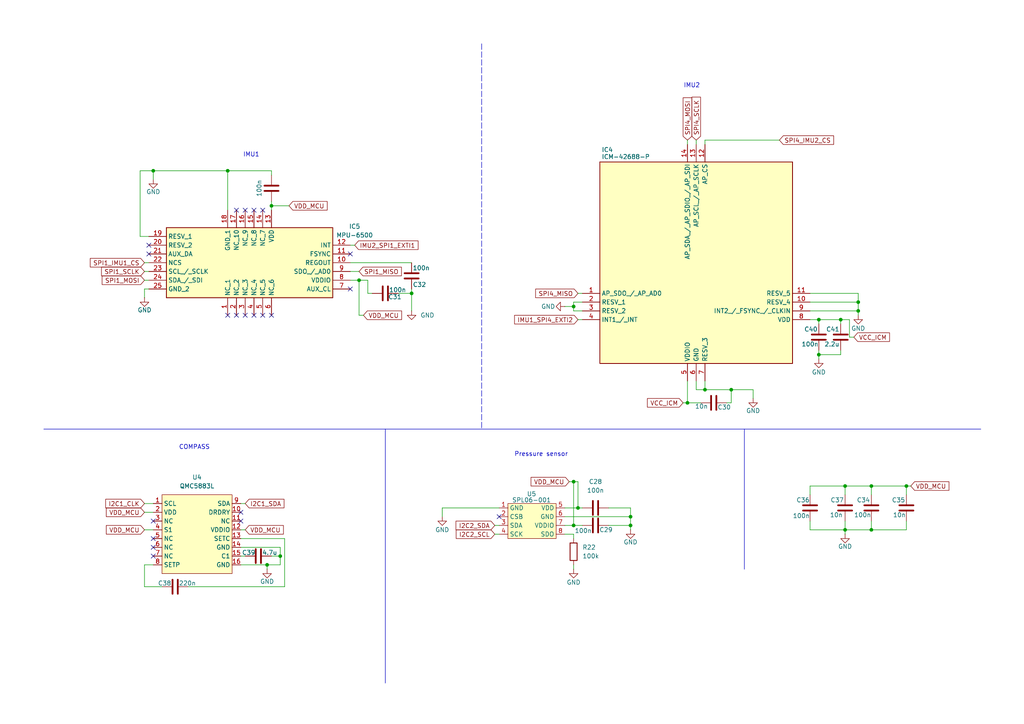
<source format=kicad_sch>
(kicad_sch (version 20250114) (generator "eeschema") (generator_version "9.0")
  (paper "A4")
  (lib_symbols
    (symbol "Device:C" (pin_numbers (hide yes)) (pin_names (offset 0.254))
      (property "Reference" "C" (at 0.635 2.54 0))
      (property "Value" "C" (at 0.635 -2.54 0))
      (symbol "C_0_1"
        (polyline (pts (xy -2.032 0.762) (xy 2.032 0.762)) (stroke (width 0.508)))
        (polyline (pts (xy -2.032 -0.762) (xy 2.032 -0.762)) (stroke (width 0.508)))
      )
      (symbol "C_1_1"
        (pin passive line (at 0 3.81 270) (length 2.794) (name "~") (number "1"))
        (pin passive line (at 0 -3.81 90) (length 2.794) (name "~") (number "2"))
      )
    )
    (symbol "Device:R" (pin_numbers (hide yes)) (pin_names (offset 0))
      (property "Reference" "R" (at 2.032 0 90))
      (property "Value" "R" (at 0 0 90))
      (symbol "R_0_1"
        (rectangle (start -1.016 -2.54) (end 1.016 2.54) (stroke (width 0.254)))
      )
      (symbol "R_1_1"
        (pin passive line (at 0 3.81 270) (length 1.27) (name "~") (number "1"))
        (pin passive line (at 0 -3.81 90) (length 1.27) (name "~") (number "2"))
      )
    )
    (symbol "fclib:ICM-42688-P"
      (property "Reference" "IC" (at 62.23 43.18 0))
      (property "Value" "ICM-42688-P" (at 62.23 40.64 0))
      (symbol "ICM-42688-P_1_1"
        (rectangle (start 5.08 38.1) (end 60.96 -20.32) (stroke (width 0.254)) (fill (type background)))
        (pin passive line (at 0 0 0) (length 5.08) (name "AP_SDO_/_AP_AD0") (number "1"))
        (pin passive line (at 0 -2.54 0) (length 5.08) (name "RESV_1") (number "2"))
        (pin passive line (at 0 -5.08 0) (length 5.08) (name "RESV_2") (number "3"))
        (pin passive line (at 0 -7.62 0) (length 5.08) (name "INT1_/_INT") (number "4"))
        (pin passive line (at 30.48 43.18 270) (length 5.08) (name "AP_SDA_/_AP_SDIO_/_AP_SDI") (number "14"))
        (pin passive line (at 30.48 -25.4 90) (length 5.08) (name "VDDIO") (number "5"))
        (pin passive line (at 33.02 43.18 270) (length 5.08) (name "AP_SCL_/_AP_SCLK") (number "13"))
        (pin passive line (at 33.02 -25.4 90) (length 5.08) (name "GND") (number "6"))
        (pin passive line (at 35.56 43.18 270) (length 5.08) (name "AP_CS") (number "12"))
        (pin passive line (at 35.56 -25.4 90) (length 5.08) (name "RESV_3") (number "7"))
        (pin passive line (at 66.04 0 180) (length 5.08) (name "RESV_5") (number "11"))
        (pin passive line (at 66.04 -2.54 180) (length 5.08) (name "RESV_4") (number "10"))
        (pin passive line (at 66.04 -5.08 180) (length 5.08) (name "INT2_/_FSYNC_/_CLKIN") (number "9"))
        (pin passive line (at 66.04 -7.62 180) (length 5.08) (name "VDD") (number "8"))
      )
    )
    (symbol "fclib:MPU-6500"
      (property "Reference" "IC" (at 26.67 22.86 0))
      (property "Value" "MPU-6500" (at 26.67 20.32 0))
      (symbol "MPU-6500_1_1"
        (rectangle (start 5.08 17.78) (end 25.4 -30.48) (stroke (width 0.254)) (fill (type background)))
        (pin passive line (at 0 0 0) (length 5.08) (name "NC_1") (number "1"))
        (pin passive line (at 0 -2.54 0) (length 5.08) (name "NC_2") (number "2"))
        (pin passive line (at 0 -5.08 0) (length 5.08) (name "NC_3") (number "3"))
        (pin passive line (at 0 -7.62 0) (length 5.08) (name "NC_4") (number "4"))
        (pin passive line (at 0 -10.16 0) (length 5.08) (name "NC_5") (number "5"))
        (pin passive line (at 0 -12.7 0) (length 5.08) (name "NC_6") (number "6"))
        (pin passive line (at 7.62 22.86 270) (length 5.08) (name "GND_2") (number "25"))
        (pin passive line (at 7.62 -35.56 90) (length 5.08) (name "AUX_CL") (number "7"))
        (pin passive line (at 10.16 22.86 270) (length 5.08) (name "SDA_/_SDI") (number "24"))
        (pin passive line (at 10.16 -35.56 90) (length 5.08) (name "VDDIO") (number "8"))
        (pin passive line (at 12.7 22.86 270) (length 5.08) (name "SCL_/_SCLK") (number "23"))
        (pin passive line (at 12.7 -35.56 90) (length 5.08) (name "SDO_/_AD0") (number "9"))
        (pin passive line (at 15.24 22.86 270) (length 5.08) (name "NCS") (number "22"))
        (pin passive line (at 15.24 -35.56 90) (length 5.08) (name "REGOUT") (number "10"))
        (pin passive line (at 17.78 22.86 270) (length 5.08) (name "AUX_DA") (number "21"))
        (pin passive line (at 17.78 -35.56 90) (length 5.08) (name "FSYNC") (number "11"))
        (pin passive line (at 20.32 22.86 270) (length 5.08) (name "RESV_2") (number "20"))
        (pin passive line (at 20.32 -35.56 90) (length 5.08) (name "INT") (number "12"))
        (pin passive line (at 22.86 22.86 270) (length 5.08) (name "RESV_1") (number "19"))
        (pin passive line (at 30.48 0 180) (length 5.08) (name "GND_1") (number "18"))
        (pin passive line (at 30.48 -2.54 180) (length 5.08) (name "NC_10") (number "17"))
        (pin passive line (at 30.48 -5.08 180) (length 5.08) (name "NC_9") (number "16"))
        (pin passive line (at 30.48 -7.62 180) (length 5.08) (name "NC_8") (number "15"))
        (pin passive line (at 30.48 -10.16 180) (length 5.08) (name "NC_7") (number "14"))
        (pin passive line (at 30.48 -12.7 180) (length 5.08) (name "VDD") (number "13"))
      )
    )
    (symbol "fclib:QMC5883L"
      (property "Reference" "U7" (at 0.254 12.446 0))
      (property "Value" "QMC5883L" (at 0.508 14.478 0))
      (symbol "QMC5883L_0_1"
        (rectangle (start -10.16 11.43) (end 10.16 -11.43) (fill (type color) (color 255 255 194 1)))
      )
      (symbol "QMC5883L_1_1"
        (pin input line (at -12.7 8.89 0) (length 2.54) (name "SCL") (number "1"))
        (pin input line (at -12.7 6.35 0) (length 2.54) (name "VDD") (number "2"))
        (pin input line (at -12.7 3.81 0) (length 2.54) (name "NC") (number "3"))
        (pin input line (at -12.7 1.27 0) (length 2.54) (name "S1") (number "4"))
        (pin input line (at -12.7 -1.27 0) (length 2.54) (name "NC") (number "5"))
        (pin input line (at -12.7 -3.81 0) (length 2.54) (name "NC") (number "6"))
        (pin input line (at -12.7 -6.35 0) (length 2.54) (name "NC") (number "7"))
        (pin input line (at -12.7 -8.89 0) (length 2.54) (name "SETP") (number "8"))
        (pin input line (at 12.7 8.89 180) (length 2.54) (name "SDA") (number "9"))
        (pin input line (at 12.7 6.35 180) (length 2.54) (name "DRDRY") (number "10"))
        (pin input line (at 12.7 3.81 180) (length 2.54) (name "NC") (number "11"))
        (pin input line (at 12.7 1.27 180) (length 2.54) (name "VDDIO") (number "12"))
        (pin input line (at 12.7 -1.27 180) (length 2.54) (name "SETC") (number "13"))
        (pin input line (at 12.7 -3.81 180) (length 2.54) (name "GND") (number "14"))
        (pin input line (at 12.7 -6.35 180) (length 2.54) (name "C1") (number "15"))
        (pin input line (at 12.7 -8.89 180) (length 2.54) (name "GND") (number "16"))
      )
    )
    (symbol "fclib:SPL06-001"
      (property "Reference" "U5" (at 0.254 8.128 0))
      (property "Value" "SPL06-001" (at 0.762 6.096 0))
      (symbol "SPL06-001_0_1"
        (rectangle (start -6.35 5.08) (end 7.62 -5.08) (fill (type color) (color 255 255 194 1)))
      )
      (symbol "SPL06-001_1_1"
        (pin input line (at -8.89 3.81 0) (length 2.54) (name "GND") (number "1"))
        (pin input line (at -8.89 1.27 0) (length 2.54) (name "CSB") (number "2"))
        (pin bidirectional line (at -8.89 -1.27 0) (length 2.54) (name "SDA") (number "3"))
        (pin bidirectional line (at -8.89 -3.81 0) (length 2.54) (name "SCK") (number "4"))
        (pin input line (at 10.16 3.81 180) (length 2.54) (name "VDD") (number "5"))
        (pin input line (at 10.16 1.27 180) (length 2.54) (name "GND") (number "6"))
        (pin input line (at 10.16 -1.27 180) (length 2.54) (name "VDDIO") (number "7"))
        (pin input line (at 10.16 -3.81 180) (length 2.54) (name "SDO") (number "8"))
      )
    )
    (symbol "power:GND" (power) (pin_numbers (hide yes)) (pin_names (offset 0) (hide yes))
      (property "Value" "GND" (at 0 -3.81 0))
      (symbol "GND_0_1"
        (polyline (pts (xy 0 0) (xy 0 -1.27) (xy 1.27 -1.27) (xy 0 -2.54) (xy -1.27 -1.27) (xy 0 -1.27)))
      )
      (symbol "GND_1_1"
        (pin power_in line (at 0 0 270) (length 0) (name "~") (number "1"))
      )
    )
  )
  (text "IMU2\n" (at 200.66 24.892 0) (effects (font (size 1.27 1.27))))
  (text "IMU1\n" (at 72.898 44.958 0) (effects (font (size 1.27 1.27))))
  (text "Pressure sensor" (at 156.972 131.826 0) (effects (font (size 1.27 1.27))))
  (text "COMPASS\n" (at 56.388 129.794 0) (effects (font (size 1.27 1.27))))
  (junction (at 204.47 113.03))
  (junction (at 243.84 92.71))
  (junction (at 248.92 90.17))
  (junction (at 78.74 59.69))
  (junction (at 66.04 49.53))
  (junction (at 199.39 116.84))
  (junction (at 237.49 92.71))
  (junction (at 252.73 140.97))
  (junction (at 167.64 147.32))
  (junction (at 248.92 87.63))
  (junction (at 182.88 149.86))
  (junction (at 245.11 140.97))
  (junction (at 212.09 113.03))
  (junction (at 104.14 81.28))
  (junction (at 252.73 153.67))
  (junction (at 77.47 163.83))
  (junction (at 119.38 85.09))
  (junction (at 237.49 102.87))
  (junction (at 182.88 152.4))
  (junction (at 44.45 49.53))
  (junction (at 245.11 153.67))
  (junction (at 166.37 88.9))
  (junction (at 81.28 161.29))
  (junction (at 166.37 139.7))
  (junction (at 166.37 152.4))
  (junction (at 262.89 140.97))
  (no_connect (at 76.2 60.96))
  (no_connect (at 69.85 148.59))
  (no_connect (at 44.45 161.29))
  (no_connect (at 144.78 149.86))
  (no_connect (at 73.66 60.96))
  (no_connect (at 73.66 91.44))
  (no_connect (at 69.85 151.13))
  (no_connect (at 101.6 73.66))
  (no_connect (at 44.45 151.13))
  (no_connect (at 68.58 60.96))
  (no_connect (at 68.58 91.44))
  (no_connect (at 71.12 91.44))
  (no_connect (at 44.45 156.21))
  (no_connect (at 71.12 60.96))
  (no_connect (at 76.2 91.44))
  (no_connect (at 78.74 91.44))
  (no_connect (at 66.04 91.44))
  (no_connect (at 43.18 71.12))
  (no_connect (at 44.45 158.75))
  (no_connect (at 43.18 73.66))
  (no_connect (at 101.6 83.82))
  (wire (pts (xy 247.65 97.79) (xy 246.38 97.79)))
  (wire (pts (xy 201.93 113.03) (xy 204.47 113.03)))
  (wire (pts (xy 245.11 153.67) (xy 245.11 154.94)))
  (wire (pts (xy 204.47 41.91) (xy 204.47 40.64)))
  (wire (pts (xy 198.12 116.84) (xy 199.39 116.84)))
  (wire (pts (xy 234.95 153.67) (xy 245.11 153.67)))
  (wire (pts (xy 234.95 87.63) (xy 248.92 87.63)))
  (wire (pts (xy 252.73 151.13) (xy 252.73 153.67)))
  (wire (pts (xy 248.92 85.09) (xy 248.92 87.63)))
  (wire (pts (xy 44.45 49.53) (xy 66.04 49.53)))
  (wire (pts (xy 69.85 161.29) (xy 71.12 161.29)))
  (wire (pts (xy 246.38 92.71) (xy 243.84 92.71)))
  (wire (pts (xy 101.6 78.74) (xy 104.14 78.74)))
  (wire (pts (xy 237.49 101.6) (xy 237.49 102.87)))
  (wire (pts (xy 78.74 60.96) (xy 78.74 59.69)))
  (wire (pts (xy 166.37 152.4) (xy 168.91 152.4)))
  (wire (pts (xy 77.47 163.83) (xy 77.47 165.1)))
  (wire (pts (xy 41.91 76.2) (xy 43.18 76.2)))
  (wire (pts (xy 234.95 140.97) (xy 234.95 143.51)))
  (wire (pts (xy 78.74 161.29) (xy 81.28 161.29)))
  (wire (pts (xy 166.37 87.63) (xy 166.37 88.9)))
  (wire (pts (xy 77.47 163.83) (xy 81.28 163.83)))
  (wire (pts (xy 143.51 152.4) (xy 144.78 152.4)))
  (wire (pts (xy 166.37 163.83) (xy 166.37 165.1)))
  (wire (pts (xy 199.39 110.49) (xy 199.39 116.84)))
  (wire (pts (xy 176.53 147.32) (xy 182.88 147.32)))
  (wire (pts (xy 82.55 170.18) (xy 82.55 156.21)))
  (wire (pts (xy 69.85 158.75) (xy 81.28 158.75)))
  (wire (pts (xy 248.92 90.17) (xy 248.92 91.44)))
  (polyline (pts (xy 111.76 124.46) (xy 111.76 198.12)))
  (wire (pts (xy 104.14 81.28) (xy 106.68 81.28)))
  (wire (pts (xy 119.38 83.82) (xy 119.38 85.09)))
  (wire (pts (xy 245.11 153.67) (xy 252.73 153.67)))
  (wire (pts (xy 128.27 147.32) (xy 144.78 147.32)))
  (wire (pts (xy 234.95 151.13) (xy 234.95 153.67)))
  (wire (pts (xy 166.37 90.17) (xy 168.91 90.17)))
  (wire (pts (xy 243.84 101.6) (xy 243.84 102.87)))
  (wire (pts (xy 43.18 68.58) (xy 40.64 68.58)))
  (wire (pts (xy 199.39 40.64) (xy 199.39 41.91)))
  (wire (pts (xy 167.64 147.32) (xy 168.91 147.32)))
  (wire (pts (xy 43.18 83.82) (xy 41.91 83.82)))
  (polyline (pts (xy 139.7 12.7) (xy 139.7 124.46)) (stroke (width 0) (type dash)))
  (wire (pts (xy 163.83 152.4) (xy 166.37 152.4)))
  (wire (pts (xy 40.64 49.53) (xy 44.45 49.53)))
  (wire (pts (xy 212.09 116.84) (xy 210.82 116.84)))
  (wire (pts (xy 248.92 87.63) (xy 248.92 90.17)))
  (wire (pts (xy 201.93 40.64) (xy 201.93 41.91)))
  (wire (pts (xy 166.37 87.63) (xy 168.91 87.63)))
  (wire (pts (xy 167.64 139.7) (xy 167.64 147.32)))
  (wire (pts (xy 166.37 90.17) (xy 166.37 88.9)))
  (wire (pts (xy 166.37 88.9) (xy 163.83 88.9)))
  (wire (pts (xy 167.64 85.09) (xy 168.91 85.09)))
  (wire (pts (xy 245.11 143.51) (xy 245.11 140.97)))
  (wire (pts (xy 128.27 149.86) (xy 128.27 147.32)))
  (wire (pts (xy 115.57 85.09) (xy 119.38 85.09)))
  (wire (pts (xy 165.1 139.7) (xy 166.37 139.7)))
  (wire (pts (xy 66.04 49.53) (xy 78.74 49.53)))
  (wire (pts (xy 104.14 91.44) (xy 104.14 81.28)))
  (wire (pts (xy 252.73 140.97) (xy 252.73 143.51)))
  (wire (pts (xy 245.11 151.13) (xy 245.11 153.67)))
  (wire (pts (xy 243.84 92.71) (xy 243.84 93.98)))
  (wire (pts (xy 106.68 85.09) (xy 106.68 81.28)))
  (wire (pts (xy 163.83 147.32) (xy 167.64 147.32)))
  (wire (pts (xy 262.89 151.13) (xy 262.89 153.67)))
  (wire (pts (xy 234.95 92.71) (xy 237.49 92.71)))
  (wire (pts (xy 119.38 85.09) (xy 119.38 90.17)))
  (wire (pts (xy 69.85 156.21) (xy 82.55 156.21)))
  (wire (pts (xy 69.85 146.05) (xy 71.12 146.05)))
  (polyline (pts (xy 215.9 124.46) (xy 215.9 165.1)))
  (wire (pts (xy 101.6 81.28) (xy 104.14 81.28)))
  (wire (pts (xy 101.6 76.2) (xy 119.38 76.2)))
  (wire (pts (xy 204.47 40.64) (xy 226.06 40.64)))
  (wire (pts (xy 104.14 91.44) (xy 105.41 91.44)))
  (wire (pts (xy 69.85 153.67) (xy 71.12 153.67)))
  (wire (pts (xy 243.84 102.87) (xy 237.49 102.87)))
  (wire (pts (xy 69.85 163.83) (xy 77.47 163.83)))
  (wire (pts (xy 54.61 170.18) (xy 82.55 170.18)))
  (wire (pts (xy 107.95 85.09) (xy 106.68 85.09)))
  (wire (pts (xy 262.89 143.51) (xy 262.89 140.97)))
  (wire (pts (xy 41.91 146.05) (xy 44.45 146.05)))
  (wire (pts (xy 182.88 152.4) (xy 182.88 149.86)))
  (wire (pts (xy 41.91 148.59) (xy 44.45 148.59)))
  (wire (pts (xy 41.91 153.67) (xy 44.45 153.67)))
  (wire (pts (xy 201.93 110.49) (xy 201.93 113.03)))
  (wire (pts (xy 234.95 85.09) (xy 248.92 85.09)))
  (wire (pts (xy 237.49 102.87) (xy 237.49 104.14)))
  (wire (pts (xy 246.38 97.79) (xy 246.38 92.71)))
  (wire (pts (xy 218.44 113.03) (xy 212.09 113.03)))
  (wire (pts (xy 199.39 116.84) (xy 203.2 116.84)))
  (wire (pts (xy 44.45 49.53) (xy 44.45 52.07)))
  (wire (pts (xy 245.11 140.97) (xy 252.73 140.97)))
  (wire (pts (xy 41.91 163.83) (xy 44.45 163.83)))
  (polyline (pts (xy 12.7 124.46) (xy 284.48 124.46)))
  (wire (pts (xy 78.74 49.53) (xy 78.74 50.8)))
  (wire (pts (xy 41.91 81.28) (xy 43.18 81.28)))
  (wire (pts (xy 167.64 92.71) (xy 168.91 92.71)))
  (wire (pts (xy 41.91 170.18) (xy 41.91 163.83)))
  (wire (pts (xy 83.82 59.69) (xy 78.74 59.69)))
  (wire (pts (xy 176.53 152.4) (xy 182.88 152.4)))
  (wire (pts (xy 212.09 113.03) (xy 212.09 116.84)))
  (wire (pts (xy 41.91 78.74) (xy 43.18 78.74)))
  (wire (pts (xy 46.99 170.18) (xy 41.91 170.18)))
  (wire (pts (xy 81.28 158.75) (xy 81.28 161.29)))
  (wire (pts (xy 204.47 110.49) (xy 204.47 113.03)))
  (wire (pts (xy 78.74 59.69) (xy 78.74 58.42)))
  (wire (pts (xy 143.51 154.94) (xy 144.78 154.94)))
  (wire (pts (xy 182.88 152.4) (xy 182.88 153.67)))
  (wire (pts (xy 252.73 153.67) (xy 262.89 153.67)))
  (wire (pts (xy 234.95 90.17) (xy 248.92 90.17)))
  (wire (pts (xy 101.6 71.12) (xy 102.87 71.12)))
  (wire (pts (xy 237.49 92.71) (xy 243.84 92.71)))
  (wire (pts (xy 166.37 139.7) (xy 167.64 139.7)))
  (wire (pts (xy 204.47 113.03) (xy 212.09 113.03)))
  (wire (pts (xy 262.89 140.97) (xy 264.16 140.97)))
  (wire (pts (xy 166.37 139.7) (xy 166.37 152.4)))
  (wire (pts (xy 166.37 154.94) (xy 166.37 156.21)))
  (wire (pts (xy 218.44 115.57) (xy 218.44 113.03)))
  (wire (pts (xy 66.04 60.96) (xy 66.04 49.53)))
  (wire (pts (xy 81.28 161.29) (xy 81.28 163.83)))
  (wire (pts (xy 40.64 68.58) (xy 40.64 49.53)))
  (wire (pts (xy 262.89 140.97) (xy 252.73 140.97)))
  (wire (pts (xy 182.88 147.32) (xy 182.88 149.86)))
  (wire (pts (xy 163.83 154.94) (xy 166.37 154.94)))
  (wire (pts (xy 41.91 83.82) (xy 41.91 86.36)))
  (wire (pts (xy 237.49 92.71) (xy 237.49 93.98)))
  (wire (pts (xy 245.11 140.97) (xy 234.95 140.97)))
  (wire (pts (xy 163.83 149.86) (xy 182.88 149.86)))
  (global_label "SPI1_MISO" (shape input) (at 104.14 78.74 0) (property "Intersheetrefs" "${INTERSHEET_REFS}" (effects (hide yes))))
  (global_label "VDD_MCU" (shape input) (at 41.91 153.67 180) (property "Intersheetrefs" "${INTERSHEET_REFS}" (effects (hide yes))))
  (global_label "VDD_MCU" (shape input) (at 83.82 59.69 0) (property "Intersheetrefs" "${INTERSHEET_REFS}" (effects (hide yes))))
  (global_label "VDD_MCU" (shape input) (at 71.12 153.67 0) (property "Intersheetrefs" "${INTERSHEET_REFS}" (effects (hide yes))))
  (global_label "VDD_MCU" (shape input) (at 165.1 139.7 180) (property "Intersheetrefs" "${INTERSHEET_REFS}" (effects (hide yes))))
  (global_label "I2C2_SCL" (shape input) (at 143.51 154.94 180) (property "Intersheetrefs" "${INTERSHEET_REFS}" (effects (hide yes))))
  (global_label "VCC_ICM" (shape input) (at 198.12 116.84 180) (property "Intersheetrefs" "${INTERSHEET_REFS}" (effects (hide yes))))
  (global_label "IMU1_SPI4_EXTI2" (shape input) (at 167.64 92.71 180) (property "Intersheetrefs" "${INTERSHEET_REFS}" (effects (hide yes))))
  (global_label "VDD_MCU" (shape input) (at 105.41 91.44 0) (property "Intersheetrefs" "${INTERSHEET_REFS}" (effects (hide yes))))
  (global_label "I2C1_SDA" (shape input) (at 71.12 146.05 0) (property "Intersheetrefs" "${INTERSHEET_REFS}" (effects (hide yes))))
  (global_label "SPI4_IMU2_CS" (shape input) (at 226.06 40.64 0) (property "Intersheetrefs" "${INTERSHEET_REFS}" (effects (hide yes))))
  (global_label "SPI4_SCLK" (shape input) (at 201.93 40.64 90) (property "Intersheetrefs" "${INTERSHEET_REFS}" (effects (hide yes))))
  (global_label "IMU2_SPI1_EXTI1" (shape input) (at 102.87 71.12 0) (property "Intersheetrefs" "${INTERSHEET_REFS}" (effects (hide yes))))
  (global_label "SPI1_SCLK" (shape input) (at 41.91 78.74 180) (property "Intersheetrefs" "${INTERSHEET_REFS}" (effects (hide yes))))
  (global_label "VDD_MCU" (shape input) (at 41.91 148.59 180) (property "Intersheetrefs" "${INTERSHEET_REFS}" (effects (hide yes))))
  (global_label "VCC_ICM" (shape input) (at 247.65 97.79 0) (property "Intersheetrefs" "${INTERSHEET_REFS}" (effects (hide yes))))
  (global_label "SPI1_IMU1_CS" (shape input) (at 41.91 76.2 180) (property "Intersheetrefs" "${INTERSHEET_REFS}" (effects (hide yes))))
  (global_label "SPI4_MISO" (shape input) (at 167.64 85.09 180) (property "Intersheetrefs" "${INTERSHEET_REFS}" (effects (hide yes))))
  (global_label "SPI1_MOSI" (shape input) (at 41.91 81.28 180) (property "Intersheetrefs" "${INTERSHEET_REFS}" (effects (hide yes))))
  (global_label "VDD_MCU" (shape input) (at 264.16 140.97 0) (property "Intersheetrefs" "${INTERSHEET_REFS}" (effects (hide yes))))
  (global_label "I2C2_SDA" (shape input) (at 143.51 152.4 180) (property "Intersheetrefs" "${INTERSHEET_REFS}" (effects (hide yes))))
  (global_label "I2C1_CLK" (shape input) (at 41.91 146.05 180) (property "Intersheetrefs" "${INTERSHEET_REFS}" (effects (hide yes))))
  (global_label "SPI4_MOSI" (shape input) (at 199.39 40.64 90) (property "Intersheetrefs" "${INTERSHEET_REFS}" (effects (hide yes))))
  (symbol (lib_id "Device:C") (at 172.72 152.4 90) (unit 1)
    (property "Reference" "C29" (at 175.768 153.67 90))
    (property "Value" "100n" (at 169.164 153.924 90))
    (property "Footprint" "Capacitor_SMD:C_0603_1608Metric" (effects (hide yes)))
    (property "Description" "Unpolarized capacitor" (effects (hide yes)))
  )
  (symbol (lib_id "power:GND") (at 163.83 88.9 270) (unit 1)
    (property "Reference" "#PWR026" (effects (hide yes)))
    (property "Value" "GND" (at 161.036 88.9 90) (effects (justify right)))
    (property "Description" "Power symbol creates a global label with name \"GND\" , ground" (effects (hide yes)))
  )
  (symbol (lib_id "Device:C") (at 119.38 80.01 180) (unit 1)
    (property "Reference" "C32" (at 121.666 82.55 0))
    (property "Value" "100n" (at 122.174 77.724 0))
    (property "Footprint" "Capacitor_SMD:C_0603_1608Metric" (effects (hide yes)))
    (property "Description" "Unpolarized capacitor" (effects (hide yes)))
  )
  (symbol (lib_id "fclib:ICM-42688-P") (at 168.91 85.09 0) (unit 1)
    (property "Reference" "IC4" (at 174.498 43.434 0) (effects (justify left)))
    (property "Value" "ICM-42688-P" (at 174.498 45.466 0) (effects (justify left)))
    (property "Footprint" "fch7:IIM42352" (effects (hide yes)))
    (property "Datasheet" "https://3cfeqx1hf82y3xcoull08ihx-wpengine.netdna-ssl.com/wp-content/uploads/2021/06/DS-000347-ICM-42688-P-v1.5.pdf" (effects (hide yes)))
    (property "Description" "IMU (Inertial Measurement Unit), 6-Axis, Accelerometer, Gyroscope" (effects (hide yes)))
    (property "Mouser Part Number" "410-ICM-42688-P" (effects (hide yes)))
    (property "Mouser Price/Stock" "https://www.mouser.co.uk/ProductDetail/TDK-InvenSense/ICM-42688-P?qs=OlC7AqGiEDk8QrNAV728zw%3D%3D" (effects (hide yes)))
    (property "Manufacturer_Name" "TDK" (effects (hide yes)))
    (property "Manufacturer_Part_Number" "ICM-42688-P" (effects (hide yes)))
    (property "MPN" "ICM-42688-P" (effects (hide yes)))
    (property "Manufacturer" "TDK" (effects (hide yes)))
  )
  (symbol (lib_id "power:GND") (at 41.91 86.36 0) (unit 1)
    (property "Reference" "#PWR028" (effects (hide yes)))
    (property "Value" "GND" (at 39.878 89.916 0) (effects (justify left)))
    (property "Description" "Power symbol creates a global label with name \"GND\" , ground" (effects (hide yes)))
  )
  (symbol (lib_id "Device:C") (at 111.76 85.09 270) (unit 1)
    (property "Reference" "C31" (at 114.554 86.106 90))
    (property "Value" "100n" (at 115.316 84.074 90))
    (property "Footprint" "Capacitor_SMD:C_0603_1608Metric" (effects (hide yes)))
    (property "Description" "Unpolarized capacitor" (effects (hide yes)))
  )
  (symbol (lib_id "Device:C") (at 50.8 170.18 90) (unit 1)
    (property "Reference" "C38" (at 47.752 169.164 90))
    (property "Value" "220n" (at 54.356 169.164 90))
    (property "Footprint" "Capacitor_SMD:C_0603_1608Metric" (effects (hide yes)))
    (property "Datasheet" "https://www.lcsc.com/datasheet/C83626.pdf" (effects (hide yes)))
    (property "Description" "Unpolarized capacitor" (effects (hide yes)))
    (property "MPN" "0603B224K500NT" (effects (hide yes)))
    (property "Manufacturer" "FH" (effects (hide yes)))
  )
  (symbol (lib_id "Device:C") (at 78.74 54.61 180) (unit 1)
    (property "Reference" "C33" (effects (hide yes)))
    (property "Value" "100n" (at 75.184 54.61 90))
    (property "Footprint" "Capacitor_SMD:C_0603_1608Metric" (effects (hide yes)))
    (property "Description" "Unpolarized capacitor" (effects (hide yes)))
  )
  (symbol (lib_id "Device:C") (at 252.73 147.32 180) (unit 1)
    (property "Reference" "C34" (at 250.444 145.034 0))
    (property "Value" "100n" (at 250.19 149.352 0))
    (property "Footprint" "Capacitor_SMD:C_0603_1608Metric" (effects (hide yes)))
    (property "Description" "Unpolarized capacitor" (effects (hide yes)))
  )
  (symbol (lib_id "power:GND") (at 248.92 91.44 0) (unit 1)
    (property "Reference" "#PWR027" (effects (hide yes)))
    (property "Value" "GND" (at 248.92 95.25 0))
    (property "Description" "Power symbol creates a global label with name \"GND\" , ground" (effects (hide yes)))
  )
  (symbol (lib_id "power:GND") (at 166.37 165.1 0) (unit 1)
    (property "Reference" "#PWR023" (effects (hide yes)))
    (property "Value" "GND" (at 166.37 168.91 0))
    (property "Description" "Power symbol creates a global label with name \"GND\" , ground" (effects (hide yes)))
  )
  (symbol (lib_id "Device:C") (at 207.01 116.84 90) (unit 1)
    (property "Reference" "C30" (at 210.058 118.11 90))
    (property "Value" "10n" (at 203.454 117.856 90))
    (property "Footprint" "Capacitor_SMD:C_0603_1608Metric" (effects (hide yes)))
    (property "Description" "Unpolarized capacitor" (effects (hide yes)))
  )
  (symbol (lib_id "Device:C") (at 234.95 147.32 180) (unit 1)
    (property "Reference" "C36" (at 232.918 145.034 0))
    (property "Value" "100n" (at 232.41 149.606 0))
    (property "Footprint" "Capacitor_SMD:C_0603_1608Metric" (effects (hide yes)))
    (property "Description" "Unpolarized capacitor" (effects (hide yes)))
  )
  (symbol (lib_id "Device:C") (at 74.93 161.29 90) (unit 1)
    (property "Reference" "C39" (at 72.136 160.274 90))
    (property "Value" "4.7u" (at 78.232 160.274 90))
    (property "Footprint" "Capacitor_SMD:C_0603_1608Metric" (effects (hide yes)))
    (property "Datasheet" "https://www.samsungsem.com/resources/file/global/support/product_catalog/MLCC.pdf" (effects (hide yes)))
    (property "Description" "Unpolarized capacitor" (effects (hide yes)))
    (property "MPN" "CL10B105KO8NNNC" (effects (hide yes)))
    (property "Manufacturer" "SAMSUNG" (effects (hide yes)))
  )
  (symbol (lib_id "Device:C") (at 172.72 147.32 90) (unit 1)
    (property "Reference" "C28" (at 172.72 139.7 90))
    (property "Value" "100n" (at 172.72 142.24 90))
    (property "Footprint" "Capacitor_SMD:C_0603_1608Metric" (effects (hide yes)))
    (property "Description" "Unpolarized capacitor" (effects (hide yes)))
  )
  (symbol (lib_id "power:GND") (at 237.49 104.14 0) (unit 1)
    (property "Reference" "#PWR019" (effects (hide yes)))
    (property "Value" "GND" (at 237.49 107.95 0))
    (property "Description" "Power symbol creates a global label with name \"GND\" , ground" (effects (hide yes)))
  )
  (symbol (lib_id "power:GND") (at 77.47 165.1 0) (unit 1)
    (property "Reference" "#PWR032" (effects (hide yes)))
    (property "Value" "GND" (at 77.47 168.656 0))
    (property "Description" "Power symbol creates a global label with name \"GND\" , ground" (effects (hide yes)))
  )
  (symbol (lib_id "power:GND") (at 44.45 52.07 0) (unit 1)
    (property "Reference" "#PWR073" (effects (hide yes)))
    (property "Value" "GND" (at 42.418 55.626 0) (effects (justify left)))
    (property "Description" "Power symbol creates a global label with name \"GND\" , ground" (effects (hide yes)))
  )
  (symbol (lib_id "fclib:QMC5883L") (at 57.15 154.94 0) (unit 1)
    (property "Reference" "U4" (at 57.15 138.43 0))
    (property "Value" "QMC5883L" (at 57.15 140.97 0))
    (property "Footprint" "fch7:LGA-16_L3.0-W3.0-P0.50-BL_SQ" (effects (hide yes)))
    (property "Datasheet" "https://www.lcsc.com/datasheet/C976032.pdf" (effects (hide yes)))
    (property "MPN" "QMC5883L" (effects (hide yes)))
    (property "Manufacturer" "QST" (effects (hide yes)))
  )
  (symbol (lib_id "fclib:SPL06-001") (at 153.67 151.13 0) (unit 1)
    (property "Reference" "U5" (at 154.178 143.256 0))
    (property "Value" "SPL06-001" (at 154.178 145.034 0))
    (property "Footprint" "fch7:SENSOR-SMD_SPL06-001" (effects (hide yes)))
    (property "Datasheet" "https://www.lcsc.com/datasheet/C2684428.pdf" (effects (hide yes)))
    (property "MPN" "SPL06-001" (effects (hide yes)))
    (property "Manufacturer" "Goertek" (effects (hide yes)))
  )
  (symbol (lib_id "power:GND") (at 128.27 149.86 0) (unit 1)
    (property "Reference" "#PWR022" (effects (hide yes)))
    (property "Value" "GND" (at 128.27 153.67 0))
    (property "Description" "Power symbol creates a global label with name \"GND\" , ground" (effects (hide yes)))
  )
  (symbol (lib_id "fclib:MPU-6500") (at 66.04 91.44 90) (unit 1)
    (property "Reference" "IC5" (at 102.87 65.6746 90))
    (property "Value" "MPU-6500" (at 102.87 68.2146 90))
    (property "Footprint" "fch7:QFN40P300X300X95-25M-D" (effects (hide yes)))
    (property "Datasheet" "https://product.tdk.com/system/files/dam/doc/product/sensor/mortion-inertial/imu/data_sheet/mpu-6500-datasheet2.pdf" (effects (hide yes)))
    (property "Description" "IMUs - Inertial Measurement Units 6-Axis MEMS MotionTracking  Device with DMP" (effects (hide yes)))
    (property "Height" "0.95" (effects (hide yes)))
    (property "Mouser Part Number" "410-MPU-6500" (effects (hide yes)))
    (property "Mouser Price/Stock" "https://www.mouser.co.uk/ProductDetail/TDK-InvenSense/MPU-6500?qs=u4fy%2FsgLU9PiIOIlWOSPhQ%3D%3D" (effects (hide yes)))
    (property "Manufacturer_Name" "TDK" (effects (hide yes)))
    (property "Manufacturer_Part_Number" "MPU-6500" (effects (hide yes)))
    (property "MPN" "MPU-6500" (effects (hide yes)))
    (property "Manufacturer" "TDK" (effects (hide yes)))
  )
  (symbol (lib_id "Device:C") (at 237.49 97.79 180) (unit 1)
    (property "Reference" "C40" (at 235.204 95.504 0))
    (property "Value" "100n" (at 234.95 99.822 0))
    (property "Footprint" "Capacitor_SMD:C_0603_1608Metric" (effects (hide yes)))
    (property "Description" "Unpolarized capacitor" (effects (hide yes)))
  )
  (symbol (lib_id "power:GND") (at 182.88 153.67 0) (unit 1)
    (property "Reference" "#PWR024" (effects (hide yes)))
    (property "Value" "GND" (at 182.88 157.226 0))
    (property "Description" "Power symbol creates a global label with name \"GND\" , ground" (effects (hide yes)))
  )
  (symbol (lib_id "power:GND") (at 218.44 115.57 0) (unit 1)
    (property "Reference" "#PWR025" (effects (hide yes)))
    (property "Value" "GND" (at 218.44 119.126 0))
    (property "Description" "Power symbol creates a global label with name \"GND\" , ground" (effects (hide yes)))
  )
  (symbol (lib_id "power:GND") (at 119.38 90.17 0) (unit 1)
    (property "Reference" "#PWR074" (effects (hide yes)))
    (property "Value" "GND" (at 121.92 91.4399 0) (effects (justify left)))
    (property "Description" "Power symbol creates a global label with name \"GND\" , ground" (effects (hide yes)))
  )
  (symbol (lib_id "Device:C") (at 243.84 97.79 180) (unit 1)
    (property "Reference" "C41" (at 241.554 95.504 0))
    (property "Value" "2.2u" (at 241.3 99.822 0))
    (property "Footprint" "Capacitor_SMD:C_0603_1608Metric" (effects (hide yes)))
    (property "Description" "Unpolarized capacitor" (effects (hide yes)))
  )
  (symbol (lib_id "Device:C") (at 245.11 147.32 180) (unit 1)
    (property "Reference" "C37" (at 242.824 145.034 0))
    (property "Value" "10n" (at 242.57 149.352 0))
    (property "Footprint" "Capacitor_SMD:C_0603_1608Metric" (effects (hide yes)))
    (property "Description" "Unpolarized capacitor" (effects (hide yes)))
  )
  (symbol (lib_id "Device:R") (at 166.37 160.02 0) (unit 1)
    (property "Reference" "R22" (at 168.91 158.7499 0) (effects (justify left)))
    (property "Value" "100k" (at 168.91 161.2899 0) (effects (justify left)))
    (property "Footprint" "Resistor_SMD:R_0603_1608Metric" (effects (hide yes)))
    (property "Datasheet" "https://www.mouser.com/catalog/specsheets/YAGEO_PYu_RC_Group_51_RoHS_L_12.pdf?_gl=1*ra9lei*_gcl_aw*R0NMLjE3NjQwNzA0OTIuQ2owS0NRaUF4SlhKQmhEX0FSSXNBSF9KR2pqWURwNlUzT2RwVlk2WnNicnZLc0NnRDN4R3pGSUk1ODUxekE4ZVlPNU5YaS0yclRsUG5FOGFBcFZYRUFMd193Y0I.*_gcl_au*MTcwNjU0NjQ2MC4xNzYzNjY0MzgyLjQ3NDEzNDk5OS4xNzY0MDY4Mzg1LjE3NjQwNzAyODU.*_ga*NzE1NjU0OTQ0LjE3NjM2NjQzODU.*_ga_15W4STQT4T*czE3NjQwNjc4ODckbzExJGcxJHQxNzY0MDcxMjE5JGo1JGwwJGgw" (effects (hide yes)))
    (property "Description" "Resistor" (effects (hide yes)))
    (property "MPN" "RC0603FR-07100KL" (effects (hide yes)))
    (property "Manufacturer" "YAGEO" (effects (hide yes)))
  )
  (symbol (lib_id "Device:C") (at 262.89 147.32 180) (unit 1)
    (property "Reference" "C35" (at 260.604 145.034 0))
    (property "Value" "10n" (at 260.858 149.352 0))
    (property "Footprint" "Capacitor_SMD:C_0603_1608Metric" (effects (hide yes)))
    (property "Description" "Unpolarized capacitor" (effects (hide yes)))
  )
  (symbol (lib_id "power:GND") (at 245.11 154.94 0) (unit 1)
    (property "Reference" "#PWR031" (effects (hide yes)))
    (property "Value" "GND" (at 245.11 158.496 0))
    (property "Description" "Power symbol creates a global label with name \"GND\" , ground" (effects (hide yes)))
  )
)
</source>
